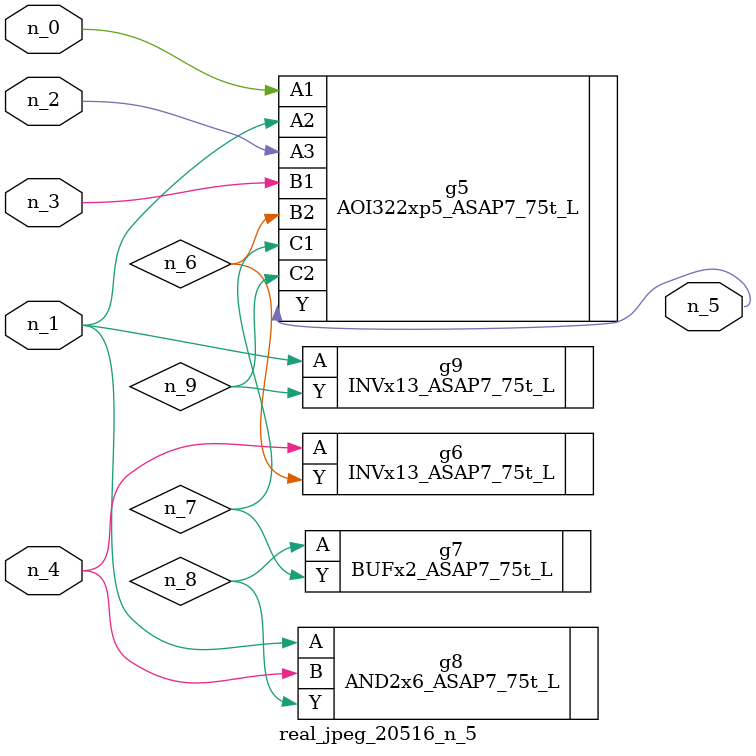
<source format=v>
module real_jpeg_20516_n_5 (n_4, n_0, n_1, n_2, n_3, n_5);

input n_4;
input n_0;
input n_1;
input n_2;
input n_3;

output n_5;

wire n_8;
wire n_6;
wire n_7;
wire n_9;

AOI322xp5_ASAP7_75t_L g5 ( 
.A1(n_0),
.A2(n_1),
.A3(n_2),
.B1(n_3),
.B2(n_6),
.C1(n_7),
.C2(n_9),
.Y(n_5)
);

AND2x6_ASAP7_75t_L g8 ( 
.A(n_1),
.B(n_4),
.Y(n_8)
);

INVx13_ASAP7_75t_L g9 ( 
.A(n_1),
.Y(n_9)
);

INVx13_ASAP7_75t_L g6 ( 
.A(n_4),
.Y(n_6)
);

BUFx2_ASAP7_75t_L g7 ( 
.A(n_8),
.Y(n_7)
);


endmodule
</source>
